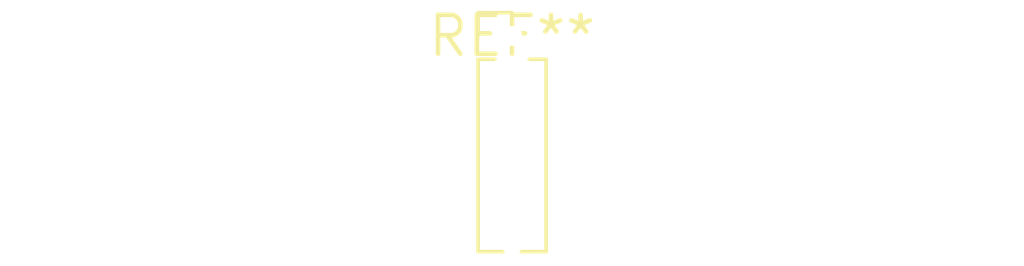
<source format=kicad_pcb>
(kicad_pcb (version 20240108) (generator pcbnew)
  (layers (0 "F.Cu" signal) (31 "B.Cu" signal) (34 "B.Paste" user) (35 "F.Paste" user) (36 "B.SilkS" user "B.Silkscreen") (37 "F.SilkS" user "F.Silkscreen") (38 "B.Mask" user) (39 "F.Mask" user) (44 "Edge.Cuts" user))
  (net 0 "")
  (footprint "PinHeader_1x06_P1.27mm_Vertical" (layer "F.Cu") (at 0 0)
    (property "Reference" "REF**")
    (property "Value" "PinHeader_1x06_P1.27mm_Vertical")
    (fp_line (start -1.11 -0.76) (end 0 -0.76) (layer "F.SilkS") (stroke (width 0.12)))
    (fp_line (start -1.11 0) (end -1.11 -0.76) (layer "F.SilkS") (stroke (width 0.12)))
    (fp_line (start -1.11 0.76) (end -1.11 7.045) (layer "F.SilkS") (stroke (width 0.12)))
    (fp_line (start -1.11 0.76) (end -0.563471 0.76) (layer "F.SilkS") (stroke (width 0.12)))
    (fp_line (start -1.11 7.045) (end -0.30753 7.045) (layer "F.SilkS") (stroke (width 0.12)))
    (fp_line (start 0.30753 7.045) (end 1.11 7.045) (layer "F.SilkS") (stroke (width 0.12)))
    (fp_line (start 0.563471 0.76) (end 1.11 0.76) (layer "F.SilkS") (stroke (width 0.12)))
    (fp_line (start 1.11 0.76) (end 1.11 7.045) (layer "F.SilkS") (stroke (width 0.12)))
    (pad "1" thru_hole rect (at 0 0) (size 1 1) (drill 0.65) (layers *.Cu *.Mask) (remove_unused_layers))
    (pad "2" thru_hole oval (at 0 1.27) (size 1 1) (drill 0.65) (layers *.Cu *.Mask) (remove_unused_layers))
    (pad "3" thru_hole oval (at 0 2.54) (size 1 1) (drill 0.65) (layers *.Cu *.Mask) (remove_unused_layers))
    (pad "4" thru_hole oval (at 0 3.81) (size 1 1) (drill 0.65) (layers *.Cu *.Mask) (remove_unused_layers))
    (pad "5" thru_hole oval (at 0 5.08) (size 1 1) (drill 0.65) (layers *.Cu *.Mask) (remove_unused_layers))
    (pad "6" thru_hole oval (at 0 6.35) (size 1 1) (drill 0.65) (layers *.Cu *.Mask) (remove_unused_layers))
  )
)
</source>
